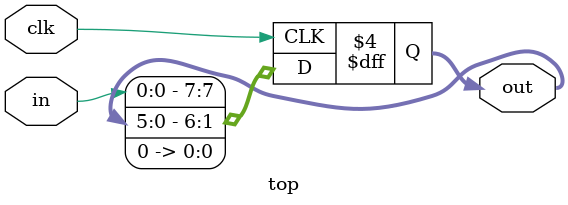
<source format=v>
module top    (
out,
clk,
in
);
    output [7:0] out;
    input signed clk, in;
    reg signed [7:0] out = 0;

    always @(posedge clk)
	begin
		out    <= out << 1;
		out[7] <= in;
	end

endmodule

</source>
